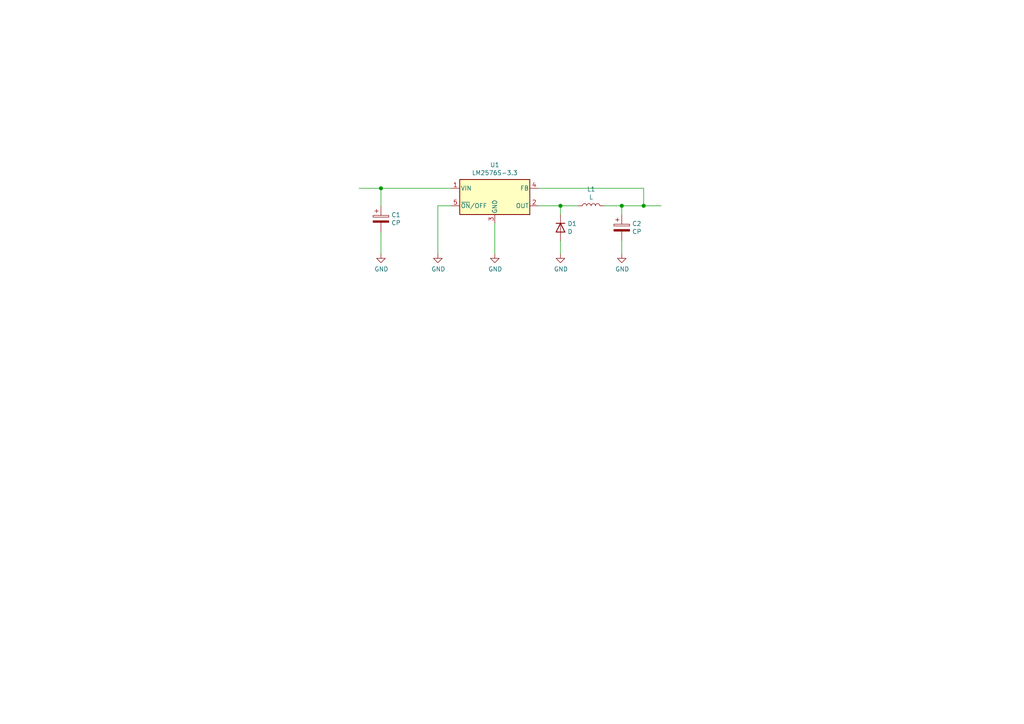
<source format=kicad_sch>
(kicad_sch (version 20210126) (generator eeschema)
  (paper "A4")
  (lib_symbols
    (symbol "Device:CP" (pin_numbers hide) (pin_names (offset 0.254))
      (property "Reference" "C" (at 0.635 2.54 0))
      (property "Value" "CP" (at 0.635 -2.54 0))
      (symbol "CP_0_1"
        (rectangle (start -2.286 0.508) (end 2.286 1.016))
        (rectangle (start 2.286 -0.508) (end -2.286 -1.016) (fill (type outline)))
        (polyline (pts (xy -1.778 2.286) (xy -0.762 2.286)))
        (polyline (pts (xy -1.27 2.794) (xy -1.27 1.778)))
      )
      (symbol "CP_1_1"
        (pin passive line (at 0 3.81 270) (length 2.794) (name "~") (number "1"))
        (pin passive line (at 0 -3.81 90) (length 2.794) (name "~") (number "2"))
      )
    )
    (symbol "Device:D" (pin_numbers hide) (pin_names (offset 1.016) hide)
      (property "Reference" "D" (at 0 2.54 0))
      (property "Value" "D" (at 0 -2.54 0))
      (symbol "D_0_1"
        (polyline (pts (xy -1.27 1.27) (xy -1.27 -1.27)) (stroke (width 0.254)))
        (polyline (pts (xy 1.27 0) (xy -1.27 0)))
        (polyline (pts (xy 1.27 1.27) (xy 1.27 -1.27) (xy -1.27 0) (xy 1.27 1.27)) (stroke (width 0.254)))
      )
      (symbol "D_1_1"
        (pin passive line (at -3.81 0 0) (length 2.54) (name "K") (number "1"))
        (pin passive line (at 3.81 0 180) (length 2.54) (name "A") (number "2"))
      )
    )
    (symbol "Device:L" (pin_numbers hide) (pin_names (offset 1.016) hide)
      (property "Reference" "L" (at -1.27 0 90))
      (property "Value" "L" (at 1.905 0 90))
      (symbol "L_0_1"
        (arc (start 0 -2.54) (end 0 -1.27) (radius (at 0 -1.905) (length 0.635) (angles -89.9 89.9)))
        (arc (start 0 -1.27) (end 0 0) (radius (at 0 -0.635) (length 0.635) (angles -89.9 89.9)))
        (arc (start 0 0) (end 0 1.27) (radius (at 0 0.635) (length 0.635) (angles -89.9 89.9)))
        (arc (start 0 1.27) (end 0 2.54) (radius (at 0 1.905) (length 0.635) (angles -89.9 89.9)))
      )
      (symbol "L_1_1"
        (pin passive line (at 0 3.81 270) (length 1.27) (name "1") (number "1"))
        (pin passive line (at 0 -3.81 90) (length 1.27) (name "2") (number "2"))
      )
    )
    (symbol "Regulator_Switching:LM2576S-3.3" (pin_names (offset 0.254))
      (property "Reference" "U" (at -10.16 6.35 0))
      (property "Value" "LM2576S-3.3" (at 0 6.35 0))
      (symbol "LM2576S-3.3_0_1"
        (rectangle (start -10.16 5.08) (end 10.16 -5.08) (stroke (width 0.254)) (fill (type background)))
      )
      (symbol "LM2576S-3.3_1_1"
        (pin power_in line (at -12.7 2.54 0) (length 2.54) (name "VIN") (number "1"))
        (pin output line (at 12.7 -2.54 180) (length 2.54) (name "OUT") (number "2"))
        (pin power_in line (at 0 -7.62 90) (length 2.54) (name "GND") (number "3"))
        (pin input line (at 12.7 2.54 180) (length 2.54) (name "FB") (number "4"))
        (pin input line (at -12.7 -2.54 0) (length 2.54) (name "~ON~/OFF") (number "5"))
      )
    )
    (symbol "power:GND" (power) (pin_names (offset 0))
      (property "Value" "GND" (at 0 -3.81 0))
      (symbol "GND_0_1"
        (polyline (pts (xy 0 0) (xy 0 -1.27) (xy 1.27 -1.27) (xy 0 -2.54) (xy -1.27 -1.27) (xy 0 -1.27)))
      )
      (symbol "GND_1_1"
        (pin power_in line (at 0 0 270) (length 0) hide (name "GND") (number "1"))
      )
    )
  )
  (junction (at 110.49 54.61) (diameter 1.016))
  (junction (at 162.56 59.69) (diameter 1.016))
  (junction (at 180.34 59.69) (diameter 1.016))
  (junction (at 186.69 59.69) (diameter 1.016))
  (wire (pts (xy 110.49 54.61) (xy 104.14 54.61)))
  (wire (pts (xy 110.49 59.69) (xy 110.49 54.61)))
  (wire (pts (xy 110.49 73.66) (xy 110.49 67.31)))
  (wire (pts (xy 127 59.69) (xy 127 73.66)))
  (wire (pts (xy 130.81 54.61) (xy 110.49 54.61)))
  (wire (pts (xy 130.81 59.69) (xy 127 59.69)))
  (wire (pts (xy 143.51 73.66) (xy 143.51 64.77)))
  (wire (pts (xy 156.21 59.69) (xy 162.56 59.69)))
  (wire (pts (xy 162.56 59.69) (xy 167.64 59.69)))
  (wire (pts (xy 162.56 62.23) (xy 162.56 59.69)))
  (wire (pts (xy 162.56 69.85) (xy 162.56 73.66)))
  (wire (pts (xy 175.26 59.69) (xy 180.34 59.69)))
  (wire (pts (xy 180.34 59.69) (xy 186.69 59.69)))
  (wire (pts (xy 180.34 62.23) (xy 180.34 59.69)))
  (wire (pts (xy 180.34 73.66) (xy 180.34 69.85)))
  (wire (pts (xy 186.69 54.61) (xy 156.21 54.61)))
  (wire (pts (xy 186.69 59.69) (xy 186.69 54.61)))
  (wire (pts (xy 186.69 59.69) (xy 191.77 59.69)))
  (symbol (lib_id "power:GND") (at 110.49 73.66 0) (unit 1)
    (property "Reference" "#PWR0104" (effects hide))
    (property "Value" "GND" (at 110.617 78.0542 0))
  )
  (symbol (lib_id "power:GND") (at 127 73.66 0) (unit 1)
    (property "Reference" "#PWR0105" (effects hide))
    (property "Value" "GND" (at 127.127 78.0542 0))
  )
  (symbol (lib_id "power:GND") (at 143.51 73.66 0) (unit 1)
    (property "Reference" "#PWR0102" (effects hide))
    (property "Value" "GND" (at 143.637 78.0542 0))
  )
  (symbol (lib_id "power:GND") (at 162.56 73.66 0) (unit 1)
    (property "Reference" "#PWR0101" (effects hide))
    (property "Value" "GND" (at 162.687 78.0542 0))
  )
  (symbol (lib_id "power:GND") (at 180.34 73.66 0) (unit 1)
    (property "Reference" "#PWR0103" (effects hide))
    (property "Value" "GND" (at 180.467 78.0542 0))
  )
  (symbol (lib_id "Device:L") (at 171.45 59.69 90) (unit 1)
    (property "Reference" "L1" (at 171.45 54.864 90))
    (property "Value" "L" (at 171.45 57.1754 90))
  )
  (symbol (lib_id "Device:D") (at 162.56 66.04 270) (unit 1)
    (property "Reference" "D1" (at 164.592 64.8716 90) (effects (justify left)))
    (property "Value" "D" (at 164.592 67.183 90) (effects (justify left)))
  )
  (symbol (lib_id "Device:CP") (at 110.49 63.5 0) (unit 1)
    (property "Reference" "C1" (at 113.4872 62.3316 0) (effects (justify left)))
    (property "Value" "CP" (at 113.4872 64.643 0) (effects (justify left)))
  )
  (symbol (lib_id "Device:CP") (at 180.34 66.04 0) (unit 1)
    (property "Reference" "C2" (at 183.3372 64.8716 0) (effects (justify left)))
    (property "Value" "CP" (at 183.3372 67.183 0) (effects (justify left)))
  )
  (symbol (lib_id "Regulator_Switching:LM2576S-3.3") (at 143.51 57.15 0) (unit 1)
    (property "Reference" "U1" (at 143.51 47.8282 0))
    (property "Value" "LM2576S-3.3" (at 143.51 50.1396 0))
    (property "Footprint" "Package_TO_SOT_SMD:TO-263-5_TabPin3" (effects hide))
    (property "Datasheet" "http://www.ti.com/lit/ds/symlink/lm2576.pdf" (effects hide))
  )
)
</source>
